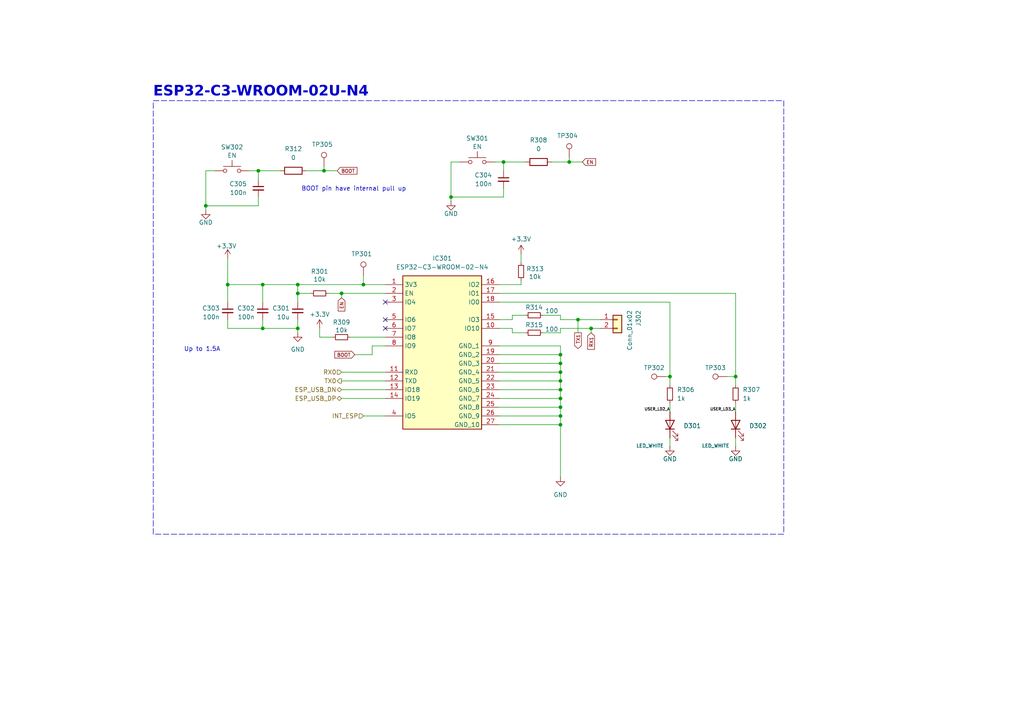
<source format=kicad_sch>
(kicad_sch (version 20231120) (generator "eeschema") (generator_version "8.0")
  (paper "A4")
  (lib_symbols
    (symbol "Connector:TestPoint" (pin_numbers hide) (pin_names (offset 0.762) hide)
      (property "Reference" "TP" (at 0 6.858 0))
      (property "Value" "TestPoint" (at 0 5.08 0))
      (symbol "TestPoint_0_1"
        (circle (center 0 3.302) (radius 0.762))
      )
      (symbol "TestPoint_1_1"
        (pin passive line (at 0 0 90) (length 2.54) (name "1") (number "1"))
      )
    )
    (symbol "Connector_Generic:Conn_01x02" (pin_names (offset 1.016) hide)
      (property "Reference" "J" (at 0 2.54 0))
      (property "Value" "Conn_01x02" (at 0 -5.08 0))
      (symbol "Conn_01x02_1_1"
        (rectangle (start -1.27 -2.413) (end 0 -2.667) (stroke (width 0.1524)))
        (rectangle (start -1.27 0.127) (end 0 -0.127) (stroke (width 0.1524)))
        (rectangle (start -1.27 1.27) (end 1.27 -3.81) (stroke (width 0.254)) (fill (type background)))
        (pin passive line (at -5.08 0 0) (length 3.81) (name "Pin_1") (number "1"))
        (pin passive line (at -5.08 -2.54 0) (length 3.81) (name "Pin_2") (number "2"))
      )
    )
    (symbol "Device:C_Small" (pin_numbers hide) (pin_names (offset 0.254) hide)
      (property "Reference" "C" (at 0.254 1.778 0))
      (property "Value" "C_Small" (at 0.254 -2.032 0))
      (symbol "C_Small_0_1"
        (polyline (pts (xy -1.524 -0.508) (xy 1.524 -0.508)) (stroke (width 0.3302)))
        (polyline (pts (xy -1.524 0.508) (xy 1.524 0.508)) (stroke (width 0.3048)))
      )
      (symbol "C_Small_1_1"
        (pin passive line (at 0 2.54 270) (length 2.032) (name "~") (number "1"))
        (pin passive line (at 0 -2.54 90) (length 2.032) (name "~") (number "2"))
      )
    )
    (symbol "Device:LED" (pin_numbers hide) (pin_names (offset 1.016) hide)
      (property "Reference" "D" (at 0 2.54 0))
      (property "Value" "LED" (at 0 -2.54 0))
      (symbol "LED_0_1"
        (polyline (pts (xy -1.27 -1.27) (xy -1.27 1.27)) (stroke (width 0.254)))
        (polyline (pts (xy -1.27 0) (xy 1.27 0)))
        (polyline (pts (xy 1.27 -1.27) (xy 1.27 1.27) (xy -1.27 0) (xy 1.27 -1.27)) (stroke (width 0.254)))
        (polyline (pts (xy -3.048 -0.762) (xy -4.572 -2.286) (xy -3.81 -2.286) (xy -4.572 -2.286) (xy -4.572 -1.524)))
        (polyline (pts (xy -1.778 -0.762) (xy -3.302 -2.286) (xy -2.54 -2.286) (xy -3.302 -2.286) (xy -3.302 -1.524)))
      )
      (symbol "LED_1_1"
        (pin passive line (at -3.81 0 0) (length 2.54) (name "K") (number "1"))
        (pin passive line (at 3.81 0 180) (length 2.54) (name "A") (number "2"))
      )
    )
    (symbol "Device:R" (pin_numbers hide) (pin_names (offset 0))
      (property "Reference" "R" (at 2.032 0 90))
      (property "Value" "R" (at 0 0 90))
      (symbol "R_0_1"
        (rectangle (start -1.016 -2.54) (end 1.016 2.54) (stroke (width 0.254)))
      )
      (symbol "R_1_1"
        (pin passive line (at 0 3.81 270) (length 1.27) (name "~") (number "1"))
        (pin passive line (at 0 -3.81 90) (length 1.27) (name "~") (number "2"))
      )
    )
    (symbol "Device:R_Small" (pin_numbers hide) (pin_names (offset 0.254) hide)
      (property "Reference" "R" (at 0.762 0.508 0))
      (property "Value" "R_Small" (at 0.762 -1.016 0))
      (symbol "R_Small_0_1"
        (rectangle (start -0.762 1.778) (end 0.762 -1.778) (stroke (width 0.2032)))
      )
      (symbol "R_Small_1_1"
        (pin passive line (at 0 2.54 270) (length 0.762) (name "~") (number "1"))
        (pin passive line (at 0 -2.54 90) (length 0.762) (name "~") (number "2"))
      )
    )
    (symbol "SW_MEC_5G_2" (pin_numbers hide) (pin_names (offset 1.016) hide)
      (property "Reference" "SW301" (at 0 6.858 0))
      (property "Value" "NRST" (at 0 4.445 0))
      (symbol "SW_MEC_5G_2_0_1"
        (circle (center -2.032 0) (radius 0.508))
        (polyline (pts (xy 0 1.27) (xy 0 3.048)))
        (polyline (pts (xy 2.54 1.27) (xy -2.54 1.27)))
        (circle (center 2.032 0) (radius 0.508))
      )
      (symbol "SW_MEC_5G_2_1_1"
        (pin passive line (at -5.08 0 0) (length 2.54) (name "A") (number "1"))
        (pin passive line (at -5.08 0 0) (length 2.54) hide (name "A") (number "2"))
        (pin passive line (at 5.08 0 180) (length 2.54) (name "B") (number "2"))
        (pin passive line (at 5.08 0 180) (length 2.54) hide (name "B") (number "4"))
      )
    )
    (symbol "SamacSys_Parts:ESP32-C3-WROOM-02-N4"
      (property "Reference" "IC301" (at 16.51 7.62 0))
      (property "Value" "ESP32-C3-WROOM-02-N4" (at 16.51 5.08 0))
      (symbol "ESP32-C3-WROOM-02-N4_1_1"
        (rectangle (start 5.08 2.54) (end 27.94 -41.91) (stroke (width 0.254)) (fill (type background)))
        (pin passive line (at 0 0 0) (length 5.08) (name "3V3") (number "1"))
        (pin passive line (at 33.02 -12.7 180) (length 5.08) (name "IO10") (number "10"))
        (pin passive line (at 0 -25.4 0) (length 5.08) (name "RXD") (number "11"))
        (pin passive line (at 0 -27.94 0) (length 5.08) (name "TXD") (number "12"))
        (pin passive line (at 0 -30.48 0) (length 5.08) (name "IO18") (number "13"))
        (pin passive line (at 0 -33.02 0) (length 5.08) (name "IO19") (number "14"))
        (pin passive line (at 33.02 -10.16 180) (length 5.08) (name "IO3") (number "15"))
        (pin passive line (at 33.02 0 180) (length 5.08) (name "IO2") (number "16"))
        (pin passive line (at 33.02 -2.54 180) (length 5.08) (name "IO1") (number "17"))
        (pin passive line (at 33.02 -5.08 180) (length 5.08) (name "IO0") (number "18"))
        (pin passive line (at 33.02 -20.32 180) (length 5.08) (name "GND_2") (number "19"))
        (pin passive line (at 0 -2.54 0) (length 5.08) (name "EN") (number "2"))
        (pin passive line (at 33.02 -22.86 180) (length 5.08) (name "GND_3") (number "20"))
        (pin passive line (at 33.02 -25.4 180) (length 5.08) (name "GND_4") (number "21"))
        (pin passive line (at 33.02 -27.94 180) (length 5.08) (name "GND_5") (number "22"))
        (pin passive line (at 33.02 -30.48 180) (length 5.08) (name "GND_6") (number "23"))
        (pin passive line (at 33.02 -33.02 180) (length 5.08) (name "GND_7") (number "24"))
        (pin passive line (at 33.02 -35.56 180) (length 5.08) (name "GND_8") (number "25"))
        (pin passive line (at 33.02 -38.1 180) (length 5.08) (name "GND_9") (number "26"))
        (pin passive line (at 33.02 -40.64 180) (length 5.08) (name "GND_10") (number "27"))
        (pin passive line (at 0 -5.08 0) (length 5.08) (name "IO4") (number "3"))
        (pin passive line (at 0 -38.1 0) (length 5.08) (name "IO5") (number "4"))
        (pin passive line (at 0 -10.16 0) (length 5.08) (name "IO6") (number "5"))
        (pin passive line (at 0 -12.7 0) (length 5.08) (name "IO7") (number "6"))
        (pin passive line (at 0 -15.24 0) (length 5.08) (name "IO8") (number "7"))
        (pin passive line (at 0 -17.78 0) (length 5.08) (name "IO9") (number "8"))
        (pin passive line (at 33.02 -17.78 180) (length 5.08) (name "GND_1") (number "9"))
      )
    )
    (symbol "power:+3.3V" (power) (pin_names (offset 0))
      (property "Value" "+3.3V" (at 0 3.556 0))
      (symbol "+3.3V_0_1"
        (polyline (pts (xy -0.762 1.27) (xy 0 2.54)))
        (polyline (pts (xy 0 0) (xy 0 2.54)))
        (polyline (pts (xy 0 2.54) (xy 0.762 1.27)))
      )
      (symbol "+3.3V_1_1"
        (pin power_in line (at 0 0 90) (length 0) hide (name "+3.3V") (number "1"))
      )
    )
    (symbol "power:GND" (power) (pin_numbers hide) (pin_names (offset 0) hide)
      (property "Value" "GND" (at 0 -3.81 0))
      (symbol "GND_0_1"
        (polyline (pts (xy 0 0) (xy 0 -1.27) (xy 1.27 -1.27) (xy 0 -2.54) (xy -1.27 -1.27) (xy 0 -1.27)))
      )
      (symbol "GND_1_1"
        (pin power_in line (at 0 0 270) (length 0) (name "~") (number "1"))
      )
    )
  )
  (junction (at 162.56 120.65))
  (junction (at 162.56 105.41))
  (junction (at 162.56 118.11))
  (junction (at 162.56 115.57))
  (junction (at 105.41 82.55))
  (junction (at 66.04 82.55))
  (junction (at 86.36 95.25))
  (junction (at 93.98 49.53))
  (junction (at 86.36 85.09))
  (junction (at 74.93 49.53))
  (junction (at 162.56 123.19))
  (junction (at 194.31 109.22))
  (junction (at 162.56 113.03))
  (junction (at 86.36 82.55))
  (junction (at 99.06 85.09))
  (junction (at 162.56 107.95))
  (junction (at 162.56 102.87))
  (junction (at 171.45 95.25))
  (junction (at 59.69 59.69))
  (junction (at 165.1 46.99))
  (junction (at 76.2 95.25))
  (junction (at 162.56 110.49))
  (junction (at 213.36 109.22))
  (junction (at 167.64 92.71))
  (junction (at 130.81 57.15))
  (junction (at 146.05 46.99))
  (junction (at 76.2 82.55))
  (no_connect (at 111.76 92.71))
  (no_connect (at 111.76 87.63))
  (no_connect (at 111.76 95.25))
  (wire (pts (xy 86.36 82.55) (xy 105.41 82.55)))
  (wire (pts (xy 162.56 102.87) (xy 162.56 105.41)))
  (wire (pts (xy 144.78 102.87) (xy 162.56 102.87)))
  (wire (pts (xy 86.36 85.09) (xy 86.36 82.55)))
  (wire (pts (xy 88.9 49.53) (xy 93.98 49.53)))
  (wire (pts (xy 86.36 85.09) (xy 90.17 85.09)))
  (wire (pts (xy 66.04 87.63) (xy 66.04 82.55)))
  (wire (pts (xy 162.56 107.95) (xy 162.56 110.49)))
  (wire (pts (xy 171.45 95.25) (xy 171.45 96.52)))
  (wire (pts (xy 148.59 96.52) (xy 148.59 95.25)))
  (wire (pts (xy 107.95 100.33) (xy 111.76 100.33)))
  (wire (pts (xy 162.56 113.03) (xy 162.56 115.57)))
  (wire (pts (xy 144.78 115.57) (xy 162.56 115.57)))
  (wire (pts (xy 146.05 46.99) (xy 152.4 46.99)))
  (wire (pts (xy 99.06 85.09) (xy 111.76 85.09)))
  (wire (pts (xy 162.56 115.57) (xy 162.56 118.11)))
  (wire (pts (xy 59.69 49.53) (xy 59.69 59.69)))
  (wire (pts (xy 193.04 109.22) (xy 194.31 109.22)))
  (wire (pts (xy 92.71 95.25) (xy 92.71 97.79)))
  (wire (pts (xy 146.05 57.15) (xy 130.81 57.15)))
  (wire (pts (xy 105.41 120.65) (xy 111.76 120.65)))
  (wire (pts (xy 99.06 115.57) (xy 111.76 115.57)))
  (wire (pts (xy 93.98 48.26) (xy 93.98 49.53)))
  (wire (pts (xy 146.05 54.61) (xy 146.05 57.15)))
  (wire (pts (xy 86.36 96.52) (xy 86.36 95.25)))
  (wire (pts (xy 74.93 57.15) (xy 74.93 59.69)))
  (wire (pts (xy 130.81 46.99) (xy 130.81 57.15)))
  (wire (pts (xy 157.48 96.52) (xy 162.56 96.52)))
  (wire (pts (xy 144.78 118.11) (xy 162.56 118.11)))
  (wire (pts (xy 162.56 123.19) (xy 162.56 138.43)))
  (wire (pts (xy 99.06 110.49) (xy 111.76 110.49)))
  (wire (pts (xy 148.59 96.52) (xy 152.4 96.52)))
  (wire (pts (xy 162.56 92.71) (xy 167.64 92.71)))
  (wire (pts (xy 171.45 95.25) (xy 162.56 95.25)))
  (wire (pts (xy 66.04 95.25) (xy 76.2 95.25)))
  (wire (pts (xy 148.59 91.44) (xy 152.4 91.44)))
  (wire (pts (xy 66.04 74.93) (xy 66.04 82.55)))
  (wire (pts (xy 99.06 113.03) (xy 111.76 113.03)))
  (wire (pts (xy 76.2 95.25) (xy 86.36 95.25)))
  (wire (pts (xy 93.98 49.53) (xy 97.79 49.53)))
  (wire (pts (xy 144.78 107.95) (xy 162.56 107.95)))
  (wire (pts (xy 59.69 59.69) (xy 59.69 60.96)))
  (wire (pts (xy 76.2 82.55) (xy 86.36 82.55)))
  (wire (pts (xy 95.25 85.09) (xy 99.06 85.09)))
  (wire (pts (xy 144.78 82.55) (xy 151.13 82.55)))
  (wire (pts (xy 144.78 87.63) (xy 194.31 87.63)))
  (wire (pts (xy 162.56 118.11) (xy 162.56 120.65)))
  (wire (pts (xy 99.06 107.95) (xy 111.76 107.95)))
  (wire (pts (xy 213.36 116.84) (xy 213.36 119.38)))
  (wire (pts (xy 165.1 46.99) (xy 168.91 46.99)))
  (wire (pts (xy 74.93 49.53) (xy 72.39 49.53)))
  (wire (pts (xy 167.64 92.71) (xy 167.64 96.52)))
  (wire (pts (xy 157.48 91.44) (xy 162.56 91.44)))
  (wire (pts (xy 162.56 105.41) (xy 162.56 107.95)))
  (wire (pts (xy 165.1 45.72) (xy 165.1 46.99)))
  (wire (pts (xy 130.81 46.99) (xy 133.35 46.99)))
  (wire (pts (xy 160.02 46.99) (xy 165.1 46.99)))
  (wire (pts (xy 144.78 105.41) (xy 162.56 105.41)))
  (wire (pts (xy 96.52 97.79) (xy 92.71 97.79)))
  (wire (pts (xy 144.78 110.49) (xy 162.56 110.49)))
  (wire (pts (xy 162.56 110.49) (xy 162.56 113.03)))
  (wire (pts (xy 86.36 92.71) (xy 86.36 95.25)))
  (wire (pts (xy 213.36 109.22) (xy 213.36 111.76)))
  (wire (pts (xy 146.05 49.53) (xy 146.05 46.99)))
  (wire (pts (xy 59.69 49.53) (xy 62.23 49.53)))
  (wire (pts (xy 144.78 120.65) (xy 162.56 120.65)))
  (wire (pts (xy 194.31 87.63) (xy 194.31 109.22)))
  (wire (pts (xy 105.41 82.55) (xy 111.76 82.55)))
  (wire (pts (xy 162.56 100.33) (xy 162.56 102.87)))
  (wire (pts (xy 130.81 57.15) (xy 130.81 58.42)))
  (wire (pts (xy 74.93 49.53) (xy 81.28 49.53)))
  (wire (pts (xy 99.06 85.09) (xy 99.06 86.36)))
  (wire (pts (xy 167.64 92.71) (xy 173.99 92.71)))
  (wire (pts (xy 194.31 116.84) (xy 194.31 119.38)))
  (wire (pts (xy 144.78 123.19) (xy 162.56 123.19)))
  (wire (pts (xy 210.82 109.22) (xy 213.36 109.22)))
  (wire (pts (xy 74.93 52.07) (xy 74.93 49.53)))
  (wire (pts (xy 148.59 95.25) (xy 144.78 95.25)))
  (wire (pts (xy 162.56 91.44) (xy 162.56 92.71)))
  (wire (pts (xy 162.56 120.65) (xy 162.56 123.19)))
  (wire (pts (xy 144.78 85.09) (xy 213.36 85.09)))
  (wire (pts (xy 105.41 80.01) (xy 105.41 82.55)))
  (wire (pts (xy 151.13 81.28) (xy 151.13 82.55)))
  (wire (pts (xy 146.05 46.99) (xy 143.51 46.99)))
  (wire (pts (xy 194.31 127) (xy 194.31 129.54)))
  (wire (pts (xy 173.99 95.25) (xy 171.45 95.25)))
  (wire (pts (xy 107.95 102.87) (xy 107.95 100.33)))
  (wire (pts (xy 151.13 73.66) (xy 151.13 76.2)))
  (wire (pts (xy 86.36 85.09) (xy 86.36 87.63)))
  (wire (pts (xy 213.36 127) (xy 213.36 129.54)))
  (wire (pts (xy 102.87 102.87) (xy 107.95 102.87)))
  (wire (pts (xy 101.6 97.79) (xy 111.76 97.79)))
  (wire (pts (xy 74.93 59.69) (xy 59.69 59.69)))
  (wire (pts (xy 144.78 100.33) (xy 162.56 100.33)))
  (wire (pts (xy 213.36 85.09) (xy 213.36 109.22)))
  (wire (pts (xy 144.78 113.03) (xy 162.56 113.03)))
  (wire (pts (xy 76.2 82.55) (xy 76.2 87.63)))
  (wire (pts (xy 66.04 82.55) (xy 76.2 82.55)))
  (wire (pts (xy 76.2 92.71) (xy 76.2 95.25)))
  (wire (pts (xy 148.59 92.71) (xy 144.78 92.71)))
  (wire (pts (xy 148.59 91.44) (xy 148.59 92.71)))
  (wire (pts (xy 162.56 95.25) (xy 162.56 96.52)))
  (wire (pts (xy 66.04 92.71) (xy 66.04 95.25)))
  (wire (pts (xy 194.31 109.22) (xy 194.31 111.76)))
  (rectangle (start 44.45 29.21) (end 227.33 154.94) (stroke (width 0) (type dash)))
  (text "Up to 1.5A" (at 53.34 102.108 0) (effects (font (size 1.27 1.27)) (justify left bottom)))
  (text "BOOT pin have internal pull up" (at 102.616 54.864 0) (effects (font (size 1.27 1.27))))
  (text "ESP32-C3-WROOM-02U-N4" (at 44.45 29.21 0) (effects (font (size 3 3) (thickness 0.254) (bold yes)) (justify left bottom)))
  (label "USER_LD2_A" (at 194.31 119.38 180) (effects (font (size 0.8 0.8) (bold yes))))
  (label "USER_LD3_A" (at 213.36 119.38 180) (effects (font (size 0.8 0.8) (bold yes))))
  (global_label "BOOT" (shape input) (at 97.79 49.53 0) (effects (font (size 1 1))) (property "Intersheetrefs" "${INTERSHEET_REFS}" (effects (hide yes))))
  (global_label "EN" (shape input) (at 168.91 46.99 0) (effects (font (size 1 1))) (property "Intersheetrefs" "${INTERSHEET_REFS}" (effects (hide yes))))
  (global_label "TX1" (shape output) (at 167.64 96.52 270) (effects (font (size 1 1))) (property "Intersheetrefs" "${INTERSHEET_REFS}" (effects (hide yes))))
  (global_label "BOOT" (shape input) (at 102.87 102.87 180) (effects (font (size 1 1))) (property "Intersheetrefs" "${INTERSHEET_REFS}" (effects (hide yes))))
  (global_label "RX1" (shape input) (at 171.45 96.52 270) (effects (font (size 1 1))) (property "Intersheetrefs" "${INTERSHEET_REFS}" (effects (hide yes))))
  (global_label "EN" (shape input) (at 99.06 86.36 270) (effects (font (size 1 1))) (property "Intersheetrefs" "${INTERSHEET_REFS}" (effects (hide yes))))
  (hierarchical_label "INT_ESP" (shape input) (at 105.41 120.65 180))
  (hierarchical_label "TX0" (shape output) (at 99.06 110.49 180))
  (hierarchical_label "ESP_USB_DP" (shape bidirectional) (at 99.06 115.57 180))
  (hierarchical_label "RX0" (shape input) (at 99.06 107.95 180))
  (hierarchical_label "ESP_USB_DN" (shape bidirectional) (at 99.06 113.03 180))
  (symbol (lib_id "Device:C_Small") (at 146.05 52.07 0) (unit 1)
    (property "Reference" "C304" (at 142.748 50.8063 0) (effects (justify right)))
    (property "Value" "100n" (at 142.748 53.3463 0) (effects (justify right)))
    (property "Footprint" "Capacitor_SMD:C_0402_1005Metric" (effects (hide yes)))
    (property "LCSC Part #" "C307331" (effects (hide yes)))
    (property "JLCPCB Part #" "C307331" (effects (hide yes)))
  )
  (symbol (lib_id "power:GND") (at 213.36 129.54 0) (unit 1)
    (property "Reference" "#PWR0308" (effects (hide yes)))
    (property "Value" "GND" (at 213.36 133.096 0))
  )
  (symbol (lib_name "SW_MEC_5G_2") (lib_id "Switch:SW_MEC_5G") (at 138.43 46.99 0) (mirror y) (unit 1)
    (property "Reference" "SW301" (at 138.43 40.132 0))
    (property "Value" "EN" (at 138.43 42.545 0))
    (property "Footprint" "Button_Switch_THT:SW_PUSH_1P1T_6x3.5mm_H4.3_APEM_MJTP1243" (effects (hide yes)))
    (property "Datasheet" "http://www.apem.com/int/index.php?controller=attachment&id_attachment=488" (effects (hide yes)))
  )
  (symbol (lib_id "power:GND") (at 130.81 58.42 0) (unit 1)
    (property "Reference" "#PWR0309" (effects (hide yes)))
    (property "Value" "GND" (at 130.81 61.976 0))
  )
  (symbol (lib_id "Device:R_Small") (at 194.31 114.3 0) (unit 1)
    (property "Reference" "R306" (at 196.342 113.03 0) (effects (justify left)))
    (property "Value" "1k" (at 196.342 115.57 0) (effects (justify left)))
    (property "Footprint" "Resistor_SMD:R_0603_1608Metric" (effects (hide yes)))
    (property "LCSC Part #" "C21190" (effects (hide yes)))
    (property "JLCPCB Part #" "C21190" (effects (hide yes)))
  )
  (symbol (lib_id "Device:C_Small") (at 66.04 90.17 0) (unit 1)
    (property "Reference" "C303" (at 63.754 89.408 0) (effects (justify right)))
    (property "Value" "100n" (at 63.754 91.948 0) (effects (justify right)))
    (property "Footprint" "Capacitor_SMD:C_0402_1005Metric" (effects (hide yes)))
    (property "LCSC Part #" "C96446" (effects (hide yes)))
    (property "JLCPCB Part #" "C23733" (effects (hide yes)))
  )
  (symbol (lib_id "Device:R_Small") (at 213.36 114.3 0) (unit 1)
    (property "Reference" "R307" (at 215.392 113.03 0) (effects (justify left)))
    (property "Value" "1k" (at 215.392 115.57 0) (effects (justify left)))
    (property "Footprint" "Resistor_SMD:R_0603_1608Metric" (effects (hide yes)))
    (property "LCSC Part #" "C21190" (effects (hide yes)))
    (property "JLCPCB Part #" "C21190" (effects (hide yes)))
  )
  (symbol (lib_id "power:+3.3V") (at 92.71 95.25 0) (unit 1)
    (property "Reference" "#PWR0310" (effects (hide yes)))
    (property "Value" "+3.3V" (at 92.71 91.186 0))
  )
  (symbol (lib_id "Device:C_Small") (at 86.36 90.17 0) (unit 1)
    (property "Reference" "C301" (at 84.074 89.408 0) (effects (justify right)))
    (property "Value" "10u" (at 84.074 91.948 0) (effects (justify right)))
    (property "Footprint" "Capacitor_SMD:C_0402_1005Metric" (effects (hide yes)))
    (property "LCSC Part #" "C96446" (effects (hide yes)))
    (property "JLCPCB Part #" "C23733" (effects (hide yes)))
  )
  (symbol (lib_id "Device:R_Small") (at 92.71 85.09 90) (unit 1)
    (property "Reference" "R301" (at 92.71 78.74 90))
    (property "Value" "10k" (at 92.71 81.026 90))
    (property "Description" "Resistor, small symbol" (effects (hide yes)))
  )
  (symbol (lib_id "power:+3.3V") (at 151.13 73.66 0) (mirror y) (unit 1)
    (property "Reference" "#PWR0312" (effects (hide yes)))
    (property "Value" "+3.3V" (at 151.13 69.342 0))
  )
  (symbol (lib_id "SamacSys_Parts:ESP32-C3-WROOM-02-N4") (at 111.76 82.55 0) (unit 1)
    (property "Reference" "IC301" (at 128.27 74.93 0))
    (property "Value" "ESP32-C3-WROOM-02-N4" (at 128.27 77.47 0))
    (property "Footprint" "ESP32C3WROOM02N4" (effects (hide yes)))
    (property "Datasheet" "https://www.mouser.ch/datasheet/2/891/Espressif_ESP32_C3_WROOM_02-2006871.pdf" (effects (hide yes)))
    (property "Description" "WiFi Modules (802.11) (Engineering Samples) SMD module, ESP32-C3, 4MB SPI flash, PCB antenna, -40 C +85 C" (effects (hide yes)))
    (property "Height" "3.35" (effects (hide yes)))
    (property "Manufacturer_Name" "Espressif Systems" (effects (hide yes)))
    (property "Manufacturer_Part_Number" "ESP32-C3-WROOM-02-N4" (effects (hide yes)))
    (property "Mouser Part Number" "356-ESP32C3WROOM02N4" (effects (hide yes)))
    (property "Mouser Price/Stock" "https://www.mouser.co.uk/ProductDetail/Espressif-Systems/ESP32-C3-WROOM-02-N4?qs=stqOd1AaK7%2FqjTZKEOgfUg%3D%3D" (effects (hide yes)))
  )
  (symbol (lib_id "Device:C_Small") (at 74.93 54.61 0) (unit 1)
    (property "Reference" "C305" (at 71.628 53.3463 0) (effects (justify right)))
    (property "Value" "100n" (at 71.628 55.8863 0) (effects (justify right)))
    (property "Footprint" "Capacitor_SMD:C_0402_1005Metric" (effects (hide yes)))
    (property "LCSC Part #" "C307331" (effects (hide yes)))
    (property "JLCPCB Part #" "C307331" (effects (hide yes)))
  )
  (symbol (lib_id "Device:R") (at 85.09 49.53 90) (unit 1)
    (property "Reference" "R312" (at 85.09 43.18 90))
    (property "Value" "0" (at 85.09 45.72 90))
    (property "Footprint" "Resistor_SMD:R_0402_1005Metric" (effects (hide yes)))
    (property "LCSC Part #" "C25744" (effects (hide yes)))
    (property "JLCPCB Part #" "C25744" (effects (hide yes)))
  )
  (symbol (lib_id "Device:R_Small") (at 154.94 96.52 90) (unit 1)
    (property "Reference" "R315" (at 154.94 94.234 90))
    (property "Value" "100" (at 160.02 95.504 90))
    (property "Description" "Resistor, small symbol" (effects (hide yes)))
  )
  (symbol (lib_id "Device:R_Small") (at 154.94 91.44 90) (unit 1)
    (property "Reference" "R314" (at 154.94 89.154 90))
    (property "Value" "100" (at 160.02 90.17 90))
    (property "Description" "Resistor, small symbol" (effects (hide yes)))
  )
  (symbol (lib_id "Connector:TestPoint") (at 165.1 45.72 0) (unit 1)
    (property "Reference" "TP304" (at 167.64 39.37 0) (effects (justify right)))
    (property "Value" "TestPoint" (effects (hide yes)))
    (property "Footprint" "TestPoint:TestPoint_Pad_D1.0mm" (effects (hide yes)))
  )
  (symbol (lib_id "Connector:TestPoint") (at 93.98 48.26 0) (unit 1)
    (property "Reference" "TP305" (at 96.52 41.91 0) (effects (justify right)))
    (property "Value" "TestPoint" (effects (hide yes)))
    (property "Footprint" "TestPoint:TestPoint_Pad_D1.0mm" (effects (hide yes)))
  )
  (symbol (lib_id "power:GND") (at 59.69 60.96 0) (unit 1)
    (property "Reference" "#PWR0311" (effects (hide yes)))
    (property "Value" "GND" (at 59.69 64.516 0))
  )
  (symbol (lib_id "Device:R") (at 156.21 46.99 90) (unit 1)
    (property "Reference" "R308" (at 156.21 40.64 90))
    (property "Value" "0" (at 156.21 43.18 90))
    (property "Footprint" "Resistor_SMD:R_0402_1005Metric" (effects (hide yes)))
    (property "LCSC Part #" "C25744" (effects (hide yes)))
    (property "JLCPCB Part #" "C25744" (effects (hide yes)))
  )
  (symbol (lib_id "power:GND") (at 162.56 138.43 0) (unit 1)
    (property "Reference" "#PWR0302" (effects (hide yes)))
    (property "Value" "GND" (at 162.56 143.51 0))
    (property "Description" "Power symbol creates a global label with name \"GND\" , ground" (effects (hide yes)))
  )
  (symbol (lib_id "power:GND") (at 86.36 96.52 0) (unit 1)
    (property "Reference" "#PWR0301" (effects (hide yes)))
    (property "Value" "GND" (at 86.36 101.346 0))
    (property "Description" "Power symbol creates a global label with name \"GND\" , ground" (effects (hide yes)))
  )
  (symbol (lib_id "Connector:TestPoint") (at 210.82 109.22 90) (unit 1)
    (property "Reference" "TP303" (at 204.47 106.68 90) (effects (justify right)))
    (property "Value" "TestPoint" (effects (hide yes)))
    (property "Footprint" "TestPoint:TestPoint_Pad_D1.0mm" (effects (hide yes)))
  )
  (symbol (lib_id "power:GND") (at 194.31 129.54 0) (unit 1)
    (property "Reference" "#PWR0307" (effects (hide yes)))
    (property "Value" "GND" (at 194.31 133.096 0))
  )
  (symbol (lib_id "Connector:TestPoint") (at 105.41 80.01 0) (unit 1)
    (property "Reference" "TP301" (at 107.95 73.66 0) (effects (justify right)))
    (property "Value" "TestPoint" (effects (hide yes)))
    (property "Footprint" "TestPoint:TestPoint_Pad_D1.0mm" (effects (hide yes)))
  )
  (symbol (lib_id "Device:LED") (at 213.36 123.19 90) (unit 1)
    (property "Reference" "D302" (at 217.297 123.5075 90) (effects (justify right)))
    (property "Value" "LED_WHITE" (at 203.581 129.286 90) (effects (font (size 1 1)) (justify right)))
    (property "Footprint" "Diode_SMD:D_0603_1608Metric" (effects (hide yes)))
    (property "LCSC Part #" "C2290" (effects (hide yes)))
    (property "JLCPCB Part #" "C2286" (effects (hide yes)))
  )
  (symbol (lib_id "power:+3.3V") (at 66.04 74.93 0) (unit 1)
    (property "Reference" "#PWR0303" (effects (hide yes)))
    (property "Value" "+3.3V" (at 65.659 71.374 0))
  )
  (symbol (lib_id "Device:R_Small") (at 151.13 78.74 0) (mirror x) (unit 1)
    (property "Reference" "R313" (at 155.194 77.978 0))
    (property "Value" "10k" (at 155.194 80.264 0))
    (property "Description" "Resistor, small symbol" (effects (hide yes)))
  )
  (symbol (lib_id "Device:LED") (at 194.31 123.19 90) (unit 1)
    (property "Reference" "D301" (at 198.247 123.5075 90) (effects (justify right)))
    (property "Value" "LED_WHITE" (at 184.531 129.286 90) (effects (font (size 1 1)) (justify right)))
    (property "Footprint" "Diode_SMD:D_0603_1608Metric" (effects (hide yes)))
    (property "LCSC Part #" "C2290" (effects (hide yes)))
    (property "JLCPCB Part #" "C72038" (effects (hide yes)))
  )
  (symbol (lib_id "Device:C_Small") (at 76.2 90.17 0) (unit 1)
    (property "Reference" "C302" (at 73.914 89.408 0) (effects (justify right)))
    (property "Value" "100n" (at 73.914 91.948 0) (effects (justify right)))
    (property "Footprint" "Capacitor_SMD:C_0402_1005Metric" (effects (hide yes)))
    (property "LCSC Part #" "C96446" (effects (hide yes)))
    (property "JLCPCB Part #" "C23733" (effects (hide yes)))
  )
  (symbol (lib_name "SW_MEC_5G_2") (lib_id "Switch:SW_MEC_5G") (at 67.31 49.53 0) (mirror y) (unit 1)
    (property "Reference" "SW302" (at 67.31 42.672 0))
    (property "Value" "EN" (at 67.31 45.085 0))
    (property "Footprint" "Button_Switch_THT:SW_PUSH_1P1T_6x3.5mm_H4.3_APEM_MJTP1243" (effects (hide yes)))
    (property "Datasheet" "http://www.apem.com/int/index.php?controller=attachment&id_attachment=488" (effects (hide yes)))
  )
  (symbol (lib_id "Connector_Generic:Conn_01x02") (at 179.07 92.71 0) (unit 1)
    (property "Reference" "J302" (at 185.166 89.916 90) (effects (justify right)))
    (property "Value" "Conn_01x02" (at 182.626 89.916 90) (effects (justify right)))
    (property "Description" "Generic connector, single row, 01x02, script generated (kicad-library-utils/schlib/autogen/connector/)" (effects (hide yes)))
  )
  (symbol (lib_id "Connector:TestPoint") (at 193.04 109.22 90) (unit 1)
    (property "Reference" "TP302" (at 186.69 106.68 90) (effects (justify right)))
    (property "Value" "TestPoint" (effects (hide yes)))
    (property "Footprint" "TestPoint:TestPoint_Pad_D1.0mm" (effects (hide yes)))
  )
  (symbol (lib_id "Device:R_Small") (at 99.06 97.79 90) (unit 1)
    (property "Reference" "R309" (at 99.06 93.472 90))
    (property "Value" "10k" (at 99.06 95.758 90))
    (property "Description" "Resistor, small symbol" (effects (hide yes)))
  )
)
</source>
